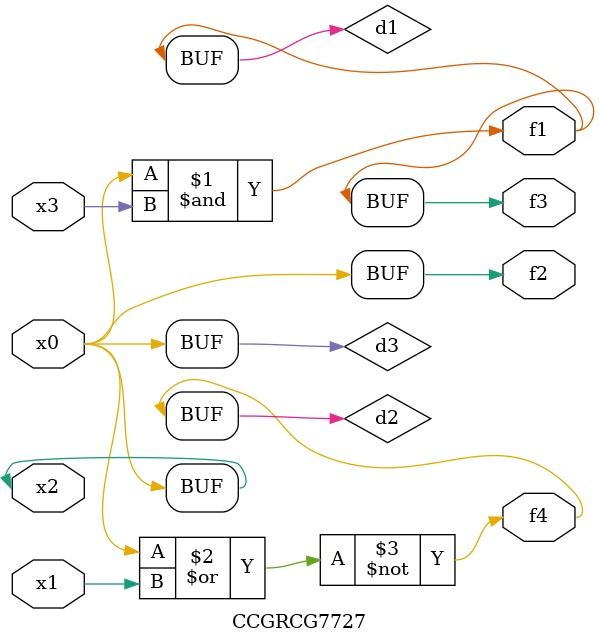
<source format=v>
module CCGRCG7727(
	input x0, x1, x2, x3,
	output f1, f2, f3, f4
);

	wire d1, d2, d3;

	and (d1, x2, x3);
	nor (d2, x0, x1);
	buf (d3, x0, x2);
	assign f1 = d1;
	assign f2 = d3;
	assign f3 = d1;
	assign f4 = d2;
endmodule

</source>
